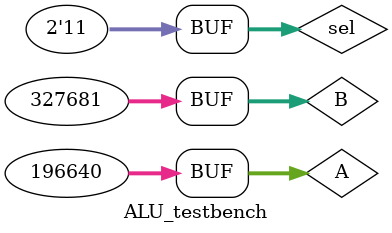
<source format=sv>
/*
This is my ALU modules. As far as I remember, nothing was changed here.
*/
module ALU (A, B, sel, Cout, out, overflow, Z, neg);
	output [31:0] out;
	output Cout, overflow, Z, neg;
	input[31:0] A, B;
	input [1:0] sel;
	reg [31:0] tempC, S;
	wire tempOver, sltFlag, sltOn;
	wire S0, S1;
	
	buf buf0 (S0, sel[0]);
	buf buf1 (S1, sel[1]);
	
	bit1 b(.A(A[0]), .B(B[0]), .Cin(S0), .S0(S0), .S1(S1), .Cout(tempC[0]), .S(S[0]));

	genvar i;
	generate 	
		for(i = 1; i < 32; i++) begin : eachbit1
			bit1 b(.A(A[i]), .B(B[i]), .Cin(tempC[i-1]), .S0(S0), .S1(S1), .Cout(tempC[i]), .S(S[i]));
		end
	endgenerate
	
	buf b1(neg, S[31]);
	buf b2(Cout, tempC[31]);
	xor x1(overflow, tempC[30], tempC[31]);
	not n2(sltFlag, Cout);
	//module zero (S, out);
	zero z1(.S(S),.out(Z));
	//slt
	and a1 (sltOn, S0, S1);
	mux2_alu mux0 (.out(out[0]), .A(S[0]), .B(sltFlag), .sel(sltOn));
	
   genvar j;
	generate
		 for(j=1; j<32; j++) begin : eachMux
			mux2_alu m(.out(out[j]), .A(S[j]), .B(1'b0), .sel(sltOn));
	end
 endgenerate
   		
endmodule

module adder (A, B, Cin, Cout,S);
	input A,B,Cin;
	output Cout;
	output S;
	wire temp1, temp2, temp3, temp4, temp5;
	
	xor s1 (temp1, A, B);
	xor s2 (S, temp1, Cin);
	
	and a1 (temp2, A, B);
	and a2 (temp3, B, Cin);
	and a3 (temp4, A, Cin);
	
	or or1 (temp5, temp2, temp3);
	or or2 (Cout, temp5, temp4);
endmodule

module bit1 (A, B, Cin, S0, S1, Cout, S);
	input A,B,Cin,S0,S1;
	output Cout,S;
	wire notB, out1, out2, out3;
	reg [1:0] sel;
	
	buf (sel[0], S0);
	buf (sel[1], S1);
	
	nor x1 (out3, A, B);
	//and(out4,0,0);
	
	not n (notB, B);
	mux2_alu m(.out(out1), .A(B), .B(notB), .sel(S0));
	adder add1 (.A(A), .B(out1), .Cin(Cin), .Cout(Cout), .S(out2));
	mux4_alu m1 (.out(S), .A(out2),.B(out2),.C(out3),.D(out2), .sel(sel));
	
endmodule

module mux2_alu(out, A,B, sel);
 output out;
 input A,B,sel;
 wire[1:0] m;

 not (nsel, sel);
  and (m[0], B, sel);
  and (m[1], A, nsel);
  or (out, m[0],m[1]);
  
endmodule

module mux4_alu(out, A,B,C,D, sel);
 output out;
 input A,B,C,D;
 input [0:1] sel;
 wire [1:0] v;
 
 mux2_alu m0 (v[0], A,C, sel[0]);
 mux2_alu m1(v[1], B,D, sel[0]);
 mux2_alu m(out, v[0],v[1], sel[1]);
endmodule

module zero (S, out);
	input [0:31] S;
	output out;
	wire [0:7] x;
	wire [1:0] y;
	
	nor (x[0], S[0], S[1], S[2], S[3]);
	nor (x[1], S[4], S[5], S[6], S[7]);
	nor (x[2], S[8], S[9], S[10], S[11]);
	nor (x[3], S[12], S[13], S[14], S[15]);
	
	nor (x[4], S[16], S[17], S[18], S[19]);
	nor (x[5], S[20], S[21], S[22], S[23]);
	nor (x[6], S[24], S[25], S[26], S[27]);
	nor (x[7], S[28], S[29], S[30], S[31]);
	
	and (y[0], x[0], x[1], x[2], x[3]);
	and (y[1], x[4], x[5], x[6], x[7]);
	
	and (out, y[0], y[1]);
endmodule 

module zero_testbench();
	reg [31:0] S;
	wire out;

	zero dut (.S,.out);

	initial begin
		for(int i=0; i<600; i++) begin
			{S} = i; #10;
		end
	end
endmodule 

module adder32(A, B, Cin, Cout, out);
	input [31:0] A, B;
	input Cin;
	output [31:0] out;
	wire [31:0] tempC;
	output Cout;

	adder add1(.A(A[0]), .B(B[0]), .Cin(Cin), .Cout(tempC[0]), .S(out[0]));

	genvar i;
	generate 	
		for(i = 1; i < 32; i++) begin : eachbit
			adder add(.A(A[i]), .B(B[i]), .Cin(tempC[i-1]), .Cout(tempC[i]), .S(out[i]));
		end
	endgenerate
	
endmodule


/*
// Test bench for ALU file
`timescale 1 ps / 100 fs
module ALU_testbench();

	parameter ClockDelay = 100000;

	reg [31:0] A, B;
	reg [1:0] sel;

	wire [31:0] out;
	wire Z, overflow, Cout, neg;

	integer i;

	// If your register file module is not named "alu" then you will
	// have to change the following line in order to create an instance of
	// your register file.  Also you must make sure that the port declarations
	// match up with the module instance in this stimulus file.
	

	ALU ALU1(.A, .B, .sel, .Cout, .out, .overflow, .Z, .neg);

	initial begin

	
		sel=00; 
		A=32'h00000DEF; B=32'h00000ABC; #(ClockDelay); // Should output 000018AB
		A=32'h00001234; B=32'h00000105; #(ClockDelay); // Should output 00001339
		A=32'h7FFFFFFF; B=32'h00000001; #(ClockDelay); // Should output 80000000, overflow, negative	
		A=32'h700000000; B=32'h00000000; #(ClockDelay);

		sel=10;
		A=32'h00000DEF; B=32'h00000ABC; #(ClockDelay); // Should output 00000333	
		A=32'h00001234; B=32'h00000105; #(ClockDelay); // Should output 0000112F
		A=32'h80000000; B=32'h00000001; #(ClockDelay); // Should output 7FFFFFFF, overflow
		
		sel=11;
		A=32'h80000000; B=32'h00000001; #(ClockDelay); // Should output 7FFFFFFF, overflow
		A=32'h7FFFFFFF; B=32'h00000001; #(ClockDelay); // Should output 80000000, overflow, negative	
		
	
	end
endmodule
*/

module ALU_testbench();

	parameter ClockDelay = 100000;

	reg [31:0] A, B;
	reg [1:0] sel;

	//module ALU (A, B, sel, Cout, out, overflow, Z, neg);
	wire [31:0] out;
	wire Z, overflow, Cout, neg;

	integer i;

	// If your register file module is not named "alu" then you will
	// have to change the following line in order to create an instance of
	// your register file.  Also you must make sure that the port declarations
	// match up with the module instance in this stimulus file.
	ALU alu1(.A, .B, .sel, .Cout, .out, .overflow, .Z, .neg);

	initial begin

		/* Addition unit testing */
		sel=00; 
		A=32'h00000DEF; B=32'h00000ABC; #(ClockDelay); // Should output 000018AB
		A=32'h00001234; B=32'h00000105; #(ClockDelay); // Should output 00001339
		A=32'h7FFFFFFF; B=32'h00000001; #(ClockDelay); // Should output 80000000, overflow, negative
		
		/* NOR unit testing */
		sel=10; 
		A=32'h00000DEF; B=32'h00000ABC; #(ClockDelay);
		A=32'h00001234; B=32'h00000105; #(ClockDelay); 
		A=32'h7FFFFFFF; B=32'h00000001; #(ClockDelay); 
		
		/* Subtraction unit testing */
		sel=01; 
		A=32'h00000DEF; B=32'h00000ABC; #(ClockDelay); // Should output 00000333	
		A=32'h00001234; B=32'h00000105; #(ClockDelay); // Should output 0000112F
		A=32'h80000000; B=32'h00000001; #(ClockDelay); // Should output 7FFFFFFF, overflow
		A=32'h00000035; B=32'h000000B5; #(ClockDelay); // Should output 10000000 in binary with neg set
		A=32'h000000B5; B=32'h00000035; #(ClockDelay); // Should output 10000000 in binary
		
		sel=11;
		A=32'h80000000; B=32'h00000001; #(ClockDelay); // Should output 7FFFFFFF, overflow
		A=32'h7FFFFFFF; B=32'h00000001; #(ClockDelay); // Should output 80000000, overflow, negative	
		A=32'h00000000; B=32'h00000001; #(ClockDelay); // Should output slt set	
		A=32'h00000001; B=32'h00000000; #(ClockDelay); // Should output slt not set	
		A=32'h00000AAA; B=32'h00000BBB; #(ClockDelay);
		A=32'h00000AAA; B=32'h00000AAA; #(ClockDelay);
		A=32'h00000CCC; B=32'h00000BBB; #(ClockDelay);
		A=32'h00000DEF; B=32'h00000ABC; #(ClockDelay); 
		A=32'h00001234; B=32'h00000105; #(ClockDelay); 
		A=32'hF0030020; B=32'h00050001; #(ClockDelay); // A is a negative number; MSB set
		A=32'h7FFFFFFF; B=32'h80000000; #(ClockDelay); // A -> largest +ve number; B -> largest -ve; slt=0
		A=32'h80000000; B=32'h7FFFFFFF; #(ClockDelay); // A -> largest -ve number; B -> largest +ve; slt=1
		A=32'h00000000; B=32'h7FFFFFFF; #(ClockDelay); // A -> 0; B -> largest +ve; slt=1
		A=32'h7FFFFFFF; B=32'h00000000; #(ClockDelay); // A -> largest +ve; B -> 0; slt=0
		A=32'h00000000; B=32'h80000000; #(ClockDelay); // A -> 0; B -> largest -ve; slt=0		
		A=32'h80000000; B=32'h00000000; #(ClockDelay); // A -> largest -ve; B -> 0; slt=1
		A=32'h80000000; B=32'h00000001; #(ClockDelay); // 0 < smallest 32-bit number
		A=32'h00000000; B=32'h80000000; #(ClockDelay); // 1 < smallest 32-bit number
		A=32'h00000001; B=32'h80000000; #(ClockDelay); // 1 < smallest 32-bit number
		A=32'h80000000; B=32'h80000000; #(ClockDelay); // smallest 32-bit number < smallest 32-bit number
		A=32'h80000000; B=32'h7FFFFFFF; #(ClockDelay); // smallest 32-bit number < largest 32-bit number
		A=32'h7FFFFFFF; B=32'h80000000; #(ClockDelay); // largest 32-bit number < smallest 32-bit number
		A=32'h7FFFFFFF; B=32'h7FFFFFFF; #(ClockDelay); // largest 32-bit number < largest 32-bit number
		A=32'h00000001; B=32'h00000001; #(ClockDelay); // 1 < 1
		A=32'h000027FA; B=32'h0000F7E7; #(ClockDelay);
		A=32'h00030020; B=32'h00050001; #(ClockDelay);
		
		/* You should test your units EXTENSIVELY here.  We just gave a few ideas
         above to get you started.  Make sure you've checked all outputs for all
         "interesting" cases. */

	end
endmodule

</source>
